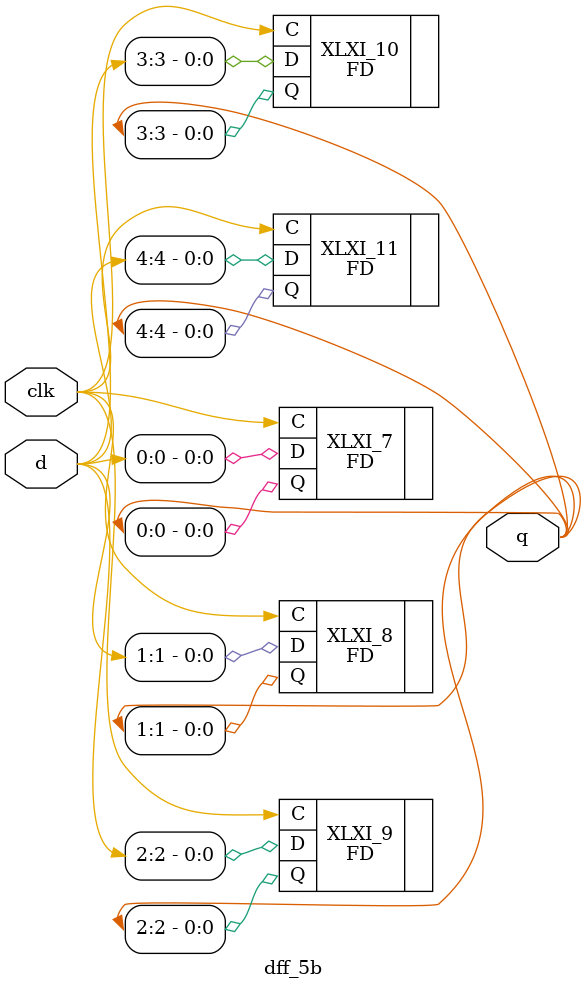
<source format=v>
`timescale 1ns / 1ps

module dff_5b(clk, 
              d, 
              q);

    input clk;
    input [4:0] d;
   output [4:0] q;
   
   
   FD XLXI_7 (.C(clk), 
              .D(d[0]), 
              .Q(q[0]));
   defparam XLXI_7.INIT = 1'b0;
   FD XLXI_8 (.C(clk), 
              .D(d[1]), 
              .Q(q[1]));
   defparam XLXI_8.INIT = 1'b0;
   FD XLXI_9 (.C(clk), 
              .D(d[2]), 
              .Q(q[2]));
   defparam XLXI_9.INIT = 1'b0;
   FD XLXI_10 (.C(clk), 
               .D(d[3]), 
               .Q(q[3]));
   defparam XLXI_10.INIT = 1'b0;
   FD XLXI_11 (.C(clk), 
               .D(d[4]), 
               .Q(q[4]));
   defparam XLXI_11.INIT = 1'b0;
endmodule

</source>
